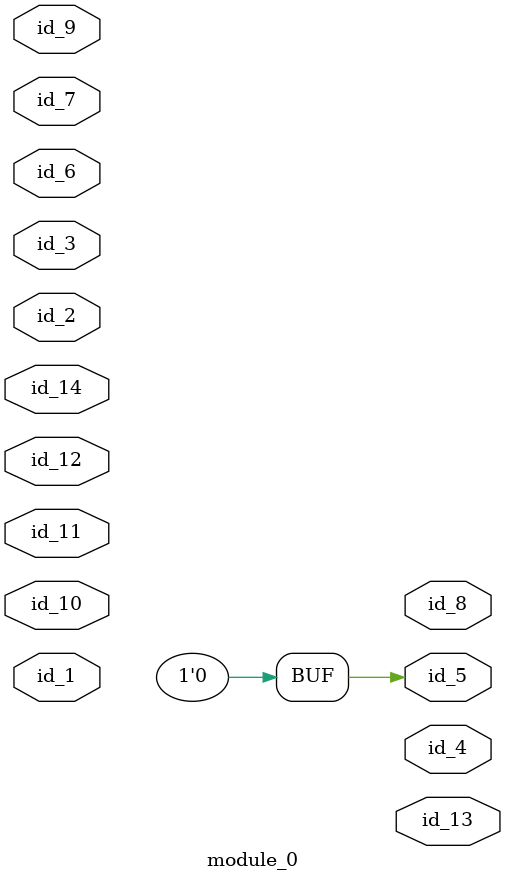
<source format=v>
module module_0 (
    id_1,
    id_2,
    id_3,
    id_4,
    id_5,
    id_6,
    id_7,
    id_8,
    id_9,
    id_10,
    id_11,
    id_12,
    id_13,
    id_14
);
  input id_14;
  output id_13;
  inout id_12;
  input id_11;
  input id_10;
  input id_9;
  output id_8;
  inout id_7;
  input id_6;
  output id_5;
  output id_4;
  inout id_3;
  input id_2;
  inout id_1;
  assign id_5 = 1'h0;
endmodule

</source>
